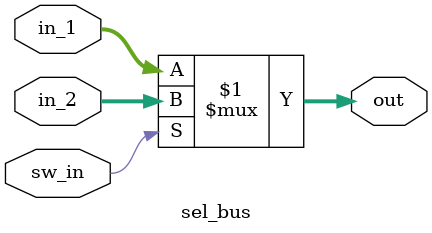
<source format=v>
module sel_bus(sw_in,in_1,in_2,out);
parameter WIDTH = 16;  
input sw_in;
input [WIDTH-1:0] in_1,in_2;
output [WIDTH-1:0] out;

	assign out = (sw_in) ? in_2 : in_1;

endmodule

</source>
